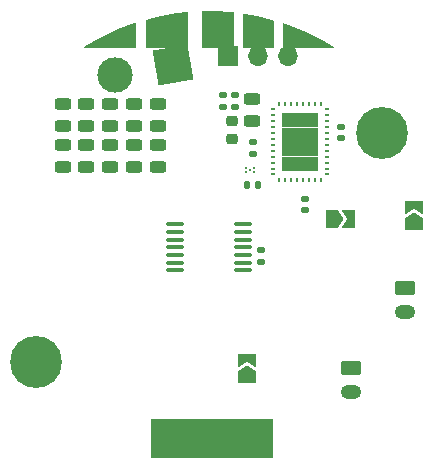
<source format=gbs>
G04 #@! TF.GenerationSoftware,KiCad,Pcbnew,(6.0.0-0)*
G04 #@! TF.CreationDate,2022-01-16T01:34:20+01:00*
G04 #@! TF.ProjectId,ESCv4.3,45534376-342e-4332-9e6b-696361645f70,rev?*
G04 #@! TF.SameCoordinates,Original*
G04 #@! TF.FileFunction,Soldermask,Bot*
G04 #@! TF.FilePolarity,Negative*
%FSLAX46Y46*%
G04 Gerber Fmt 4.6, Leading zero omitted, Abs format (unit mm)*
G04 Created by KiCad (PCBNEW (6.0.0-0)) date 2022-01-16 01:34:20*
%MOMM*%
%LPD*%
G01*
G04 APERTURE LIST*
G04 Aperture macros list*
%AMRoundRect*
0 Rectangle with rounded corners*
0 $1 Rounding radius*
0 $2 $3 $4 $5 $6 $7 $8 $9 X,Y pos of 4 corners*
0 Add a 4 corners polygon primitive as box body*
4,1,4,$2,$3,$4,$5,$6,$7,$8,$9,$2,$3,0*
0 Add four circle primitives for the rounded corners*
1,1,$1+$1,$2,$3*
1,1,$1+$1,$4,$5*
1,1,$1+$1,$6,$7*
1,1,$1+$1,$8,$9*
0 Add four rect primitives between the rounded corners*
20,1,$1+$1,$2,$3,$4,$5,0*
20,1,$1+$1,$4,$5,$6,$7,0*
20,1,$1+$1,$6,$7,$8,$9,0*
20,1,$1+$1,$8,$9,$2,$3,0*%
%AMRotRect*
0 Rectangle, with rotation*
0 The origin of the aperture is its center*
0 $1 length*
0 $2 width*
0 $3 Rotation angle, in degrees counterclockwise*
0 Add horizontal line*
21,1,$1,$2,0,0,$3*%
%AMFreePoly0*
4,1,44,0.830013,1.305809,0.841086,1.305336,0.847036,1.298855,0.855180,1.295529,0.859471,1.285312,0.866968,1.277147,0.866593,1.268357,0.869999,1.260246,0.879999,-0.769754,0.879949,-0.769877,0.880000,-0.770000,0.872730,-0.787552,0.865529,-0.805181,0.865406,-0.805233,0.865355,-0.805355,0.847885,-0.812591,0.830246,-0.820000,0.830122,-0.819949,0.830000,-0.820000,-3.500000,-0.820000,
-3.506485,-0.817314,-3.513453,-0.818156,-3.523527,-0.810254,-3.535355,-0.805355,-3.538041,-0.798871,-3.543565,-0.794538,-3.545101,-0.781827,-3.550000,-0.770000,-3.547314,-0.763515,-3.548156,-0.756547,-3.540254,-0.746473,-3.535355,-0.734645,-3.528871,-0.731959,-3.524538,-0.726435,-2.299538,-0.036435,-2.298295,-0.036285,-2.297478,-0.035338,-0.777478,0.729663,-0.774411,0.729889,-0.772147,0.731968,
0.802853,1.306968,0.811644,1.306593,0.819754,1.309999,0.830013,1.305809,0.830013,1.305809,$1*%
%AMFreePoly1*
4,1,39,2.195290,2.208684,2.210945,2.204272,2.212546,2.201415,2.215565,2.200143,2.221700,2.185078,2.229652,2.170888,2.228764,2.167735,2.229999,2.164702,2.212499,-0.770298,2.205102,-0.787860,2.197829,-0.805381,2.197699,-0.805435,2.197644,-0.805565,2.180068,-0.812723,2.162464,-0.820000,-1.285036,-0.817500,-1.302522,-0.810242,-1.320355,-0.802855,-1.320363,-0.802837,-1.320381,-0.802829,
-1.327768,-0.784960,-1.335000,-0.767500,-1.335000,1.500000,-1.329879,1.512364,-1.327945,1.525607,-1.322807,1.529436,-1.320355,1.535355,-1.307993,1.540476,-1.297260,1.548474,-0.012260,1.873474,-0.010769,1.873256,-0.009512,1.874087,1.074239,2.084087,1.076156,2.083696,1.077862,2.084652,2.174112,2.214652,2.177264,2.213764,2.180298,2.214999,2.195290,2.208684,2.195290,2.208684,
$1*%
%AMFreePoly2*
4,1,40,-0.293101,2.284069,-0.290740,2.284818,1.054259,2.169818,1.069461,2.161943,1.085294,2.155416,1.086183,2.153279,1.088238,2.152215,1.093418,2.135898,1.100000,2.120086,1.105000,-0.773038,1.104989,-0.773064,1.105000,-0.773089,1.097538,-0.791142,1.090416,-0.808419,1.090392,-0.808429,1.090381,-0.808455,1.072450,-0.815897,1.055086,-0.823125,1.055061,-0.823115,1.055036,-0.823125,
-1.556214,-0.825000,-1.556243,-0.824988,-1.556271,-0.825000,-1.573983,-0.817655,-1.591580,-0.810380,-1.591592,-0.810352,-1.591620,-0.810340,-1.598894,-0.792758,-1.606250,-0.775036,-1.606238,-0.775007,-1.606250,-0.774979,-1.605000,2.225021,-1.597731,2.242549,-1.590634,2.260073,-1.590426,2.260161,-1.590340,2.260369,-1.572842,2.267609,-1.555397,2.274998,-0.295396,2.284998,-0.293101,2.284069,
-0.293101,2.284069,$1*%
%AMFreePoly3*
4,1,37,-1.030715,2.055725,-1.026184,2.056717,0.243817,1.829217,0.246063,1.827777,0.248711,1.828083,1.493710,1.473084,1.503659,1.465194,1.515385,1.460325,1.518108,1.453735,1.523694,1.449305,1.525150,1.436695,1.530000,1.424958,1.528125,-0.788792,1.520772,-0.806501,1.513462,-0.824123,1.513454,-0.824127,1.513450,-0.824135,1.495761,-0.831445,1.478100,-0.838750,1.478083,-0.838750,
-1.035025,-0.837500,-1.052540,-0.830235,-1.070355,-0.822855,-1.070360,-0.822842,-1.070373,-0.822837,-1.077752,-0.804997,-1.085000,-0.787500,-1.085000,2.007500,-1.083225,2.011785,-1.084217,2.016316,-1.076106,2.028971,-1.070355,2.042855,-1.066070,2.044630,-1.063567,2.048535,-1.048885,2.051748,-1.035000,2.057500,-1.030715,2.055725,-1.030715,2.055725,$1*%
%AMFreePoly4*
4,1,39,-0.691749,1.231582,-0.682827,1.231958,0.192174,0.911958,0.193023,0.911178,0.194175,0.911177,1.374175,0.421177,1.375530,0.419819,1.377442,0.419680,2.472442,-0.130319,2.473632,-0.131697,2.475433,-0.131952,3.507933,-0.741952,3.511843,-0.747155,3.517855,-0.749645,3.522940,-0.761920,3.530924,-0.772544,3.530010,-0.778988,3.532500,-0.785000,3.527416,-0.797274,3.525549,-0.810433,
3.520345,-0.814344,3.517855,-0.820355,3.505579,-0.825440,3.494956,-0.833423,3.488513,-0.832509,3.482500,-0.835000,-0.700000,-0.835000,-0.735355,-0.820355,-0.750000,-0.785000,-0.750000,1.185000,-0.746582,1.193251,-0.746958,1.202173,-0.739546,1.210236,-0.735355,1.220355,-0.727104,1.223773,-0.721061,1.230347,-0.710120,1.230808,-0.700000,1.235000,-0.691749,1.231582,-0.691749,1.231582,
$1*%
%AMFreePoly5*
4,1,6,1.000000,0.000000,0.500000,-0.750000,-0.500000,-0.750000,-0.500000,0.750000,0.500000,0.750000,1.000000,0.000000,1.000000,0.000000,$1*%
%AMFreePoly6*
4,1,6,0.500000,-0.750000,-0.650000,-0.750000,-0.150000,0.000000,-0.650000,0.750000,0.500000,0.750000,0.500000,-0.750000,0.500000,-0.750000,$1*%
G04 Aperture macros list end*
%ADD10C,0.100000*%
%ADD11O,0.500000X0.200000*%
%ADD12O,0.200000X0.500000*%
%ADD13C,0.600000*%
%ADD14R,1.000000X1.250000*%
%ADD15R,1.700000X1.700000*%
%ADD16O,1.700000X1.700000*%
%ADD17C,4.400000*%
%ADD18C,0.700000*%
%ADD19RoundRect,0.250000X-0.625000X0.350000X-0.625000X-0.350000X0.625000X-0.350000X0.625000X0.350000X0*%
%ADD20O,1.750000X1.200000*%
%ADD21FreePoly0,0.000000*%
%ADD22FreePoly1,0.000000*%
%ADD23FreePoly2,0.000000*%
%ADD24FreePoly3,0.000000*%
%ADD25FreePoly4,0.000000*%
%ADD26RotRect,3.000000X3.000000X190.000000*%
%ADD27C,3.000000*%
%ADD28RoundRect,0.243750X-0.456250X0.243750X-0.456250X-0.243750X0.456250X-0.243750X0.456250X0.243750X0*%
%ADD29RoundRect,0.243750X0.456250X-0.243750X0.456250X0.243750X-0.456250X0.243750X-0.456250X-0.243750X0*%
%ADD30RoundRect,0.147500X-0.172500X0.147500X-0.172500X-0.147500X0.172500X-0.147500X0.172500X0.147500X0*%
%ADD31RoundRect,0.218750X-0.256250X0.218750X-0.256250X-0.218750X0.256250X-0.218750X0.256250X0.218750X0*%
%ADD32RoundRect,0.147500X0.172500X-0.147500X0.172500X0.147500X-0.172500X0.147500X-0.172500X-0.147500X0*%
%ADD33FreePoly5,90.000000*%
%ADD34FreePoly6,90.000000*%
%ADD35FreePoly5,0.000000*%
%ADD36FreePoly6,0.000000*%
%ADD37R,0.560000X2.540000*%
%ADD38C,0.325000*%
%ADD39RoundRect,0.147500X0.147500X0.172500X-0.147500X0.172500X-0.147500X-0.172500X0.147500X-0.172500X0*%
%ADD40RoundRect,0.100000X-0.637500X-0.100000X0.637500X-0.100000X0.637500X0.100000X-0.637500X0.100000X0*%
G04 APERTURE END LIST*
D10*
G04 #@! TO.C,J3*
X95080000Y-117780000D02*
X105280000Y-117780000D01*
X105280000Y-117780000D02*
X105280000Y-114580000D01*
X105280000Y-114580000D02*
X95080000Y-114580000D01*
X95080000Y-114580000D02*
X95080000Y-117780000D01*
G36*
X105280000Y-117780000D02*
G01*
X95080000Y-117780000D01*
X95080000Y-114580000D01*
X105280000Y-114580000D01*
X105280000Y-117780000D01*
G37*
X105280000Y-117780000D02*
X95080000Y-117780000D01*
X95080000Y-114580000D01*
X105280000Y-114580000D01*
X105280000Y-117780000D01*
G04 #@! TD*
D11*
G04 #@! TO.C,U5*
X105440000Y-93835000D03*
X105440000Y-93335000D03*
X105440000Y-92835000D03*
X105440000Y-92335000D03*
X105440000Y-91835000D03*
X105440000Y-91335000D03*
X105440000Y-90835000D03*
X105440000Y-90335000D03*
X105440000Y-89835000D03*
X105440000Y-89335000D03*
X105440000Y-88835000D03*
X105440000Y-88335000D03*
D12*
X105940000Y-87835000D03*
X106440000Y-87835000D03*
X106940000Y-87835000D03*
X107440000Y-87835000D03*
X107940000Y-87835000D03*
X108440000Y-87835000D03*
X108940000Y-87835000D03*
X109440000Y-87835000D03*
D11*
X109940000Y-88335000D03*
X109940000Y-88835000D03*
X109940000Y-89335000D03*
X109940000Y-89835000D03*
X109940000Y-90335000D03*
X109940000Y-90835000D03*
X109940000Y-91335000D03*
X109940000Y-91835000D03*
X109940000Y-92335000D03*
X109940000Y-92835000D03*
X109940000Y-93335000D03*
X109940000Y-93835000D03*
D12*
X109440000Y-94335000D03*
X108940000Y-94335000D03*
X108440000Y-94335000D03*
X107940000Y-94335000D03*
X107440000Y-94335000D03*
X106940000Y-94335000D03*
X106440000Y-94335000D03*
X105940000Y-94335000D03*
D13*
X106690000Y-91710000D03*
D14*
X107690000Y-92960000D03*
D13*
X106690000Y-92960000D03*
X108690000Y-91710000D03*
X108690000Y-92960000D03*
X107690000Y-90460000D03*
X107690000Y-91710000D03*
D14*
X107690000Y-89210000D03*
X108690000Y-90460000D03*
D13*
X107690000Y-92960000D03*
D14*
X107690000Y-91710000D03*
D13*
X107690000Y-89210000D03*
X106690000Y-89210000D03*
D14*
X106690000Y-90460000D03*
X108690000Y-91710000D03*
D13*
X108690000Y-89210000D03*
D14*
X108690000Y-92960000D03*
X106690000Y-91710000D03*
X106690000Y-92960000D03*
D13*
X108690000Y-90460000D03*
X106690000Y-90460000D03*
D14*
X108690000Y-89210000D03*
X106690000Y-89210000D03*
X107690000Y-90460000D03*
G04 #@! TD*
D15*
G04 #@! TO.C,J7_1*
X101560000Y-83840000D03*
D16*
X104100000Y-83840000D03*
X106640000Y-83840000D03*
G04 #@! TD*
D17*
G04 #@! TO.C,H1*
X85370000Y-109710000D03*
D18*
X86536726Y-108543274D03*
X84203274Y-108543274D03*
X87020000Y-109710000D03*
X83720000Y-109710000D03*
X86536726Y-110876726D03*
X85370000Y-111360000D03*
X84203274Y-110876726D03*
X85370000Y-108060000D03*
G04 #@! TD*
G04 #@! TO.C,H2*
X114630000Y-91940000D03*
D17*
X114630000Y-90290000D03*
D18*
X116280000Y-90290000D03*
X113463274Y-89123274D03*
X115796726Y-91456726D03*
X113463274Y-91456726D03*
X112980000Y-90290000D03*
X115796726Y-89123274D03*
X114630000Y-88640000D03*
G04 #@! TD*
D19*
G04 #@! TO.C,J6*
X112040000Y-110240000D03*
D20*
X112040000Y-112240000D03*
G04 #@! TD*
D19*
G04 #@! TO.C,J7*
X116570000Y-103480000D03*
D20*
X116570000Y-105480000D03*
G04 #@! TD*
D13*
G04 #@! TO.C,J5*
X92060000Y-82145000D03*
X91435000Y-82610000D03*
X90665000Y-82770000D03*
D21*
X93000000Y-82310000D03*
D13*
X92205000Y-82735000D03*
X93515000Y-81520000D03*
X97755000Y-81455000D03*
D22*
X96000000Y-82310000D03*
D13*
X97770000Y-82315000D03*
X95095000Y-81955000D03*
X96930000Y-82325000D03*
X96895000Y-81500000D03*
X97755000Y-80595000D03*
X96035000Y-81185000D03*
X95180000Y-81135000D03*
X96885000Y-80720000D03*
D23*
X101000000Y-82310000D03*
D13*
X100020000Y-82180000D03*
X101635000Y-80520000D03*
X101625000Y-81285000D03*
X99975000Y-80485000D03*
X100795000Y-81255000D03*
X99985000Y-81350000D03*
X100845000Y-80485000D03*
X104965000Y-82710000D03*
X104300000Y-81235000D03*
X105110000Y-81175000D03*
X103460000Y-81555000D03*
X104995000Y-81900000D03*
X103450000Y-80785000D03*
D24*
X104000000Y-82310000D03*
D13*
X108490000Y-82580000D03*
D25*
X107000000Y-82310000D03*
D13*
X107885000Y-82085000D03*
X109230000Y-82755000D03*
X107795000Y-82765000D03*
X106580000Y-81510000D03*
G04 #@! TD*
D26*
G04 #@! TO.C,J1*
X96950000Y-84560000D03*
D27*
X92025961Y-85428241D03*
G04 #@! TD*
D28*
G04 #@! TO.C,C2*
X95630000Y-87832500D03*
X95630000Y-89707500D03*
G04 #@! TD*
G04 #@! TO.C,C4*
X89610000Y-87852500D03*
X89610000Y-89727500D03*
G04 #@! TD*
G04 #@! TO.C,C5*
X93630000Y-87832500D03*
X93630000Y-89707500D03*
G04 #@! TD*
D29*
G04 #@! TO.C,C6*
X89610000Y-93237500D03*
X89610000Y-91362500D03*
G04 #@! TD*
G04 #@! TO.C,C7*
X87620000Y-93237500D03*
X87620000Y-91362500D03*
G04 #@! TD*
G04 #@! TO.C,C8*
X95630000Y-93217500D03*
X95630000Y-91342500D03*
G04 #@! TD*
G04 #@! TO.C,C9*
X93630000Y-93217500D03*
X93630000Y-91342500D03*
G04 #@! TD*
D28*
G04 #@! TO.C,C10*
X87620000Y-87852500D03*
X87620000Y-89727500D03*
G04 #@! TD*
D29*
G04 #@! TO.C,C11*
X91610000Y-93237500D03*
X91610000Y-91362500D03*
G04 #@! TD*
D28*
G04 #@! TO.C,C12*
X91630000Y-87852500D03*
X91630000Y-89727500D03*
G04 #@! TD*
D30*
G04 #@! TO.C,C27*
X111170000Y-89795000D03*
X111170000Y-90765000D03*
G04 #@! TD*
G04 #@! TO.C,C28*
X108080000Y-95895000D03*
X108080000Y-96865000D03*
G04 #@! TD*
D31*
G04 #@! TO.C,C33*
X101900000Y-89302500D03*
X101900000Y-90877500D03*
G04 #@! TD*
D30*
G04 #@! TO.C,C34*
X103690000Y-91115000D03*
X103690000Y-92085000D03*
G04 #@! TD*
D32*
G04 #@! TO.C,C36*
X101170000Y-88105000D03*
X101170000Y-87135000D03*
G04 #@! TD*
G04 #@! TO.C,C37*
X102170000Y-88115000D03*
X102170000Y-87145000D03*
G04 #@! TD*
D29*
G04 #@! TO.C,C38*
X103660000Y-89317500D03*
X103660000Y-87442500D03*
G04 #@! TD*
D32*
G04 #@! TO.C,C39*
X104375000Y-101235000D03*
X104375000Y-100265000D03*
G04 #@! TD*
D33*
G04 #@! TO.C,JP2*
X103170000Y-110975000D03*
D34*
X103170000Y-109525000D03*
G04 #@! TD*
D35*
G04 #@! TO.C,JP3*
X110425000Y-97590000D03*
D36*
X111875000Y-97590000D03*
G04 #@! TD*
D33*
G04 #@! TO.C,JP4*
X117340000Y-98035000D03*
D34*
X117340000Y-96585000D03*
G04 #@! TD*
D37*
G04 #@! TO.C,J3*
X104680000Y-116180000D03*
X103680000Y-116180000D03*
X102680000Y-116180000D03*
X101680000Y-116180000D03*
X100680000Y-116180000D03*
X99680000Y-116180000D03*
X98680000Y-116180000D03*
X97680000Y-116180000D03*
X96680000Y-116180000D03*
X95680000Y-116180000D03*
G04 #@! TD*
D38*
G04 #@! TO.C,U4*
X103771500Y-93650000D03*
X103771500Y-93250000D03*
X103425000Y-93450000D03*
X103078500Y-93650000D03*
X103078500Y-93250000D03*
G04 #@! TD*
D39*
G04 #@! TO.C,C26*
X104160000Y-94725000D03*
X103190000Y-94725000D03*
G04 #@! TD*
D40*
G04 #@! TO.C,U7*
X97137500Y-101950000D03*
X97137500Y-101300000D03*
X97137500Y-100650000D03*
X97137500Y-100000000D03*
X97137500Y-99350000D03*
X97137500Y-98700000D03*
X97137500Y-98050000D03*
X102862500Y-98050000D03*
X102862500Y-98700000D03*
X102862500Y-99350000D03*
X102862500Y-100000000D03*
X102862500Y-100650000D03*
X102862500Y-101300000D03*
X102862500Y-101950000D03*
G04 #@! TD*
M02*

</source>
